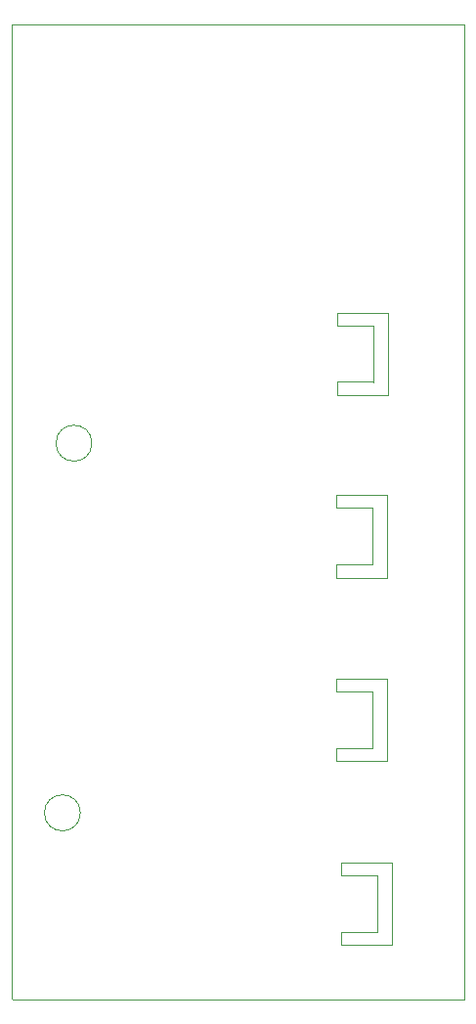
<source format=gbr>
%TF.GenerationSoftware,KiCad,Pcbnew,8.0.7*%
%TF.CreationDate,2025-05-26T13:39:26+05:30*%
%TF.ProjectId,smart_board,736d6172-745f-4626-9f61-72642e6b6963,rev?*%
%TF.SameCoordinates,Original*%
%TF.FileFunction,Profile,NP*%
%FSLAX46Y46*%
G04 Gerber Fmt 4.6, Leading zero omitted, Abs format (unit mm)*
G04 Created by KiCad (PCBNEW 8.0.7) date 2025-05-26 13:39:26*
%MOMM*%
%LPD*%
G01*
G04 APERTURE LIST*
%TA.AperFunction,Profile*%
%ADD10C,0.050000*%
%TD*%
G04 APERTURE END LIST*
D10*
X71255635Y-92755634D02*
G75*
G02*
X68144365Y-92755634I-1555635J0D01*
G01*
X68144365Y-92755634D02*
G75*
G02*
X71255635Y-92755634I1555635J0D01*
G01*
X70255635Y-124755634D02*
G75*
G02*
X67144365Y-124755634I-1555635J0D01*
G01*
X67144365Y-124755634D02*
G75*
G02*
X70255635Y-124755634I1555635J0D01*
G01*
X103500000Y-140900000D02*
X64400000Y-140900000D01*
X64300000Y-140800000D01*
X64300000Y-56500000D01*
X103500000Y-56500000D01*
X103500000Y-140900000D01*
X97225000Y-136175000D02*
X97200000Y-136200000D01*
X92850000Y-136200000D01*
X92850000Y-135075000D01*
X92875000Y-135050000D01*
X95950000Y-135050000D01*
X95975000Y-135075000D01*
X95975000Y-130175000D01*
X92850000Y-130175000D01*
X92850000Y-129050000D01*
X97225000Y-129050000D01*
X97225000Y-136175000D01*
X96825000Y-120275000D02*
X96800000Y-120300000D01*
X92450000Y-120300000D01*
X92450000Y-119175000D01*
X92475000Y-119150000D01*
X95550000Y-119150000D01*
X95575000Y-119175000D01*
X95575000Y-114275000D01*
X92450000Y-114275000D01*
X92450000Y-113150000D01*
X96825000Y-113150000D01*
X96825000Y-120275000D01*
X96825000Y-104375000D02*
X96800000Y-104400000D01*
X92450000Y-104400000D01*
X92450000Y-103275000D01*
X92475000Y-103250000D01*
X95550000Y-103250000D01*
X95575000Y-103275000D01*
X95575000Y-98375000D01*
X92450000Y-98375000D01*
X92450000Y-97250000D01*
X96825000Y-97250000D01*
X96825000Y-104375000D01*
X96875000Y-88575000D02*
X96850000Y-88600000D01*
X92500000Y-88600000D01*
X92500000Y-87475000D01*
X92525000Y-87450000D01*
X95600000Y-87450000D01*
X95625000Y-87475000D01*
X95625000Y-82575000D01*
X92500000Y-82575000D01*
X92500000Y-81450000D01*
X96875000Y-81450000D01*
X96875000Y-88575000D01*
M02*

</source>
